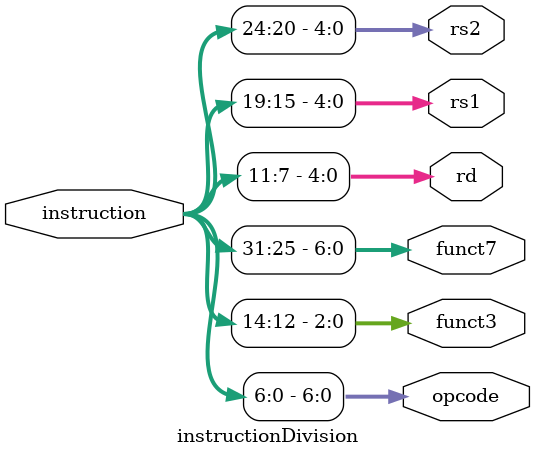
<source format=v>
module instructionDivision(
    input wire [31:0] instruction,
    output [6:0] opcode, 
    output [2:0] funct3,
    output [6:0] funct7,
    output [4:0] rd,
    output [4:0] rs1,
    output [4:0] rs2
    );

    assign opcode = instruction[6:0];
    assign funct3 = instruction[14:12];
    assign funct7 = instruction[31:25];
    assign rd = instruction[11:7];
    assign rs1 = instruction[19:15];
    assign rs2 = instruction[24:20];

endmodule
</source>
